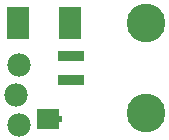
<source format=gts>
G75*
%MOIN*%
%OFA0B0*%
%FSLAX24Y24*%
%IPPOS*%
%LPD*%
%AMOC8*
5,1,8,0,0,1.08239X$1,22.5*
%
%ADD10C,0.1290*%
%ADD11R,0.0867X0.0355*%
%ADD12R,0.0717X0.0685*%
%ADD13R,0.0276X0.0237*%
%ADD14R,0.0749X0.1103*%
%ADD15C,0.0780*%
D10*
X005180Y001180D03*
X005180Y004180D03*
D11*
X002680Y003074D03*
X002680Y002286D03*
D12*
X001913Y000980D03*
D13*
X001724Y000783D03*
X001724Y001177D03*
X002236Y000980D03*
D14*
X002646Y004180D03*
X000914Y004180D03*
D15*
X000930Y000780D03*
X000830Y001780D03*
X000930Y002780D03*
M02*

</source>
